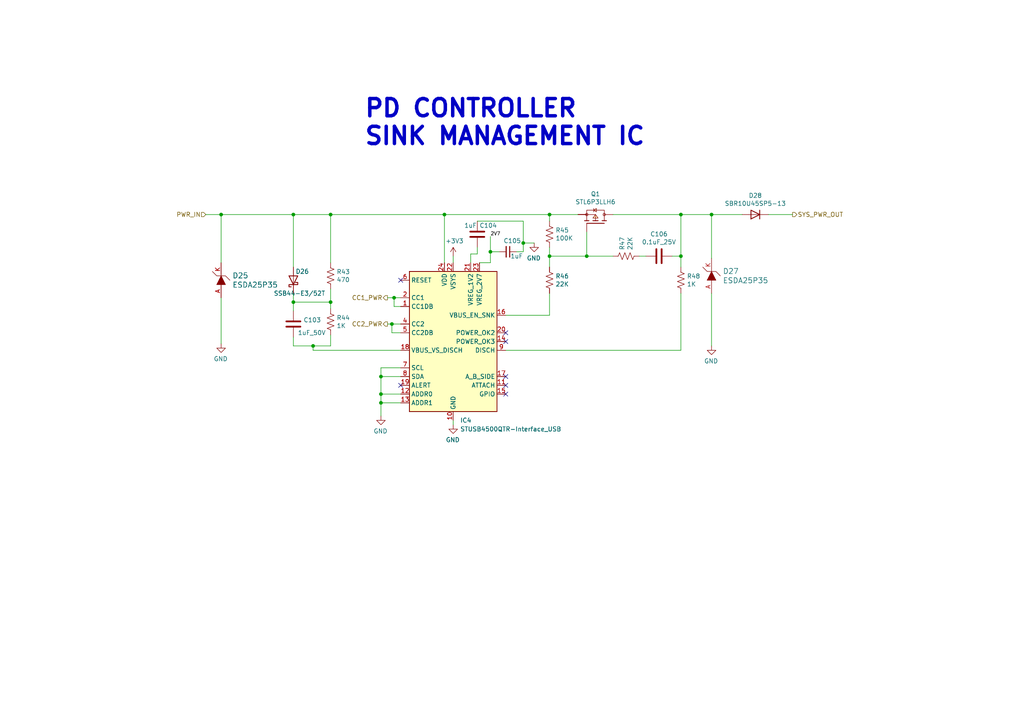
<source format=kicad_sch>
(kicad_sch (version 20211123) (generator eeschema)
  (paper "A4")
  (title_block (title "USB HUB ") (date "2022-08-30") (rev "1.0") (company "N/A") (comment 2 "Reviewed by: ") (comment 3 "Designer by: Robert Mutura"))
  (lib_symbols
    (symbol "Device:C" (pin_numbers hide) (pin_names (offset 0.254))
      (property "Reference" "C" (at 0.635 2.54 0))
      (property "Value" "C" (at 0.635 -2.54 0))
      (symbol "C_0_1"
        (polyline (pts (xy -2.032 -0.762) (xy 2.032 -0.762)) (stroke (width 0.508)))
        (polyline (pts (xy -2.032 0.762) (xy 2.032 0.762)) (stroke (width 0.508)))
      )
      (symbol "C_1_1"
        (pin passive line (at 0 3.81 270) (length 2.794) (name "~") (number "1"))
        (pin passive line (at 0 -3.81 90) (length 2.794) (name "~") (number "2"))
      )
    )
    (symbol "Device:C_Small" (pin_numbers hide) (pin_names (offset 0.254) hide)
      (property "Reference" "C" (at 0.254 1.778 0))
      (property "Value" "C_Small" (at 0.254 -2.032 0))
      (symbol "C_Small_0_1"
        (polyline (pts (xy -1.524 -0.508) (xy 1.524 -0.508)) (stroke (width 0.3302)))
        (polyline (pts (xy -1.524 0.508) (xy 1.524 0.508)) (stroke (width 0.3048)))
      )
      (symbol "C_Small_1_1"
        (pin passive line (at 0 2.54 270) (length 2.032) (name "~") (number "1"))
        (pin passive line (at 0 -2.54 90) (length 2.032) (name "~") (number "2"))
      )
    )
    (symbol "Device:D" (pin_numbers hide) (pin_names (offset 1.016) hide)
      (property "Reference" "D" (at 0 2.54 0))
      (property "Value" "D" (at 0 -2.54 0))
      (symbol "D_0_1"
        (polyline (pts (xy -1.27 1.27) (xy -1.27 -1.27)) (stroke (width 0.254)))
        (polyline (pts (xy 1.27 0) (xy -1.27 0)))
        (polyline (pts (xy 1.27 1.27) (xy 1.27 -1.27) (xy -1.27 0) (xy 1.27 1.27)) (stroke (width 0.254)))
      )
      (symbol "D_1_1"
        (pin passive line (at -3.81 0 0) (length 2.54) (name "K") (number "1"))
        (pin passive line (at 3.81 0 180) (length 2.54) (name "A") (number "2"))
      )
    )
    (symbol "Device:D_Schottky" (pin_numbers hide) (pin_names (offset 1.016) hide)
      (property "Reference" "D" (at 0 2.54 0))
      (property "Value" "D_Schottky" (at 0 -2.54 0))
      (symbol "D_Schottky_0_1"
        (polyline (pts (xy 1.27 0) (xy -1.27 0)))
        (polyline (pts (xy 1.27 1.27) (xy 1.27 -1.27) (xy -1.27 0) (xy 1.27 1.27)) (stroke (width 0.254)))
        (polyline (pts (xy -1.905 0.635) (xy -1.905 1.27) (xy -1.27 1.27) (xy -1.27 -1.27) (xy -0.635 -1.27) (xy -0.635 -0.635)) (stroke (width 0.254)))
      )
      (symbol "D_Schottky_1_1"
        (pin passive line (at -3.81 0 0) (length 2.54) (name "K") (number "1"))
        (pin passive line (at 3.81 0 180) (length 2.54) (name "A") (number "2"))
      )
    )
    (symbol "Device:R_US" (pin_numbers hide) (pin_names (offset 0))
      (property "Reference" "R" (at 2.54 0 90))
      (property "Value" "R_US" (at -2.54 0 90))
      (symbol "R_US_0_1"
        (polyline (pts (xy 0 -2.286) (xy 0 -2.54)))
        (polyline (pts (xy 0 2.286) (xy 0 2.54)))
        (polyline (pts (xy 0 -0.762) (xy 1.016 -1.143) (xy 0 -1.524) (xy -1.016 -1.905) (xy 0 -2.286)))
        (polyline (pts (xy 0 0.762) (xy 1.016 0.381) (xy 0 0) (xy -1.016 -0.381) (xy 0 -0.762)))
        (polyline (pts (xy 0 2.286) (xy 1.016 1.905) (xy 0 1.524) (xy -1.016 1.143) (xy 0 0.762)))
      )
      (symbol "R_US_1_1"
        (pin passive line (at 0 3.81 270) (length 1.27) (name "~") (number "1"))
        (pin passive line (at 0 -3.81 90) (length 1.27) (name "~") (number "2"))
      )
    )
    (symbol "USB_C_HUB-rescue:+3.3V-OLIMEX_Power" (power) (pin_names (offset 0))
      (property "Value" "+3.3V-OLIMEX_Power" (at 0 3.556 0))
      (symbol "+3.3V-OLIMEX_Power_0_1"
        (polyline (pts (xy -0.762 1.27) (xy 0 2.54)))
        (polyline (pts (xy 0 0) (xy 0 2.54)))
        (polyline (pts (xy 0 2.54) (xy 0.762 1.27)))
      )
      (symbol "+3.3V-OLIMEX_Power_1_1"
        (pin power_in line (at 0 0 90) (length 0) hide (name "+3V3") (number "1"))
      )
    )
    (symbol "USB_C_HUB-rescue:GND-OLIMEX_Power" (power) (pin_names (offset 0))
      (property "Value" "GND-OLIMEX_Power" (at 0 -3.81 0))
      (symbol "GND-OLIMEX_Power_0_1"
        (polyline (pts (xy 0 0) (xy 0 -1.27) (xy 1.27 -1.27) (xy 0 -2.54) (xy -1.27 -1.27) (xy 0 -1.27)))
      )
      (symbol "GND-OLIMEX_Power_1_1"
        (pin power_in line (at 0 0 270) (length 0) hide (name "GND") (number "1"))
      )
    )
    (symbol "USB_C_HUB-rescue:STL6P3LLH6-GCL_Transistors&Gates" (pin_numbers hide) (pin_names (offset 1.016) hide)
      (property "Reference" "Q1" (at 0 5.969 0))
      (property "Value" "STL6P3LLH6" (at 0 3.6576 0))
      (symbol "STL6P3LLH6-GCL_Transistors&Gates_0_0"
        (circle (center -2.54 0) (radius 0.3556))
        (polyline (pts (xy -2.54 -1.778) (xy -3.175 -1.778)) (stroke (width 0.254)))
        (polyline (pts (xy -2.54 0) (xy -2.54 -1.778)) (stroke (width 0.1524)))
        (polyline (pts (xy -2.54 0) (xy -2.54 1.27)) (stroke (width 0.1524)))
        (polyline (pts (xy -1.905 -1.778) (xy -2.54 -1.778)) (stroke (width 0.254)))
        (polyline (pts (xy -0.508 0.762) (xy -0.508 1.27)) (stroke (width 0.1524)))
        (polyline (pts (xy -0.508 1.27) (xy -2.54 1.27)) (stroke (width 0.1524)))
        (polyline (pts (xy -0.508 1.27) (xy -0.508 1.778)) (stroke (width 0.1524)))
        (polyline (pts (xy 0 -1.778) (xy -0.762 -1.778)) (stroke (width 0.254)))
        (polyline (pts (xy 0 -1.778) (xy 0 0)) (stroke (width 0.1524)))
        (polyline (pts (xy 0 0) (xy -2.54 0)) (stroke (width 0.1524)))
        (polyline (pts (xy 0.762 -1.778) (xy 0 -1.778)) (stroke (width 0.254)))
        (polyline (pts (xy 2.54 -2.54) (xy -2.54 -2.54)) (stroke (width 0.254)))
        (polyline (pts (xy 2.54 -1.778) (xy 1.905 -1.778)) (stroke (width 0.254)))
        (polyline (pts (xy 2.54 -1.778) (xy 2.54 1.27)) (stroke (width 0.1524)))
        (polyline (pts (xy 2.54 1.27) (xy -0.508 1.27)) (stroke (width 0.1524)))
        (polyline (pts (xy 3.175 -1.778) (xy 2.54 -1.778)) (stroke (width 0.254)))
        (polyline (pts (xy -0.508 1.27) (xy 0.254 1.778) (xy 0.254 0.762) (xy -0.508 1.27)) (stroke (width 0.1524)) (fill (type background)))
        (polyline (pts (xy 0 0) (xy -0.762 -1.016) (xy 0.762 -1.016) (xy 0 0)) (stroke (width 0.1524)) (fill (type background)))
        (circle (center 2.54 0) (radius 0.3556))
        (pin passive line (at -5.08 0 0) (length 2.54) (name "S") (number "1"))
        (pin passive line (at -5.08 0 0) (length 2.54) (name "~") (number "2"))
        (pin passive line (at -5.08 0 0) (length 2.54) (name "~") (number "3"))
        (pin passive line (at -2.54 -5.08 90) (length 2.54) (name "G") (number "4"))
        (pin passive line (at 5.08 0 180) (length 2.54) (name "D") (number "5"))
      )
    )
    (symbol "USB_C_HUB-rescue:STUSB4500QTR-Interface_USB"
      (property "Reference" "U" (at -12.7 21.59 0))
      (property "Value" "STUSB4500QTR-Interface_USB" (at 8.89 -21.59 0))
      (symbol "STUSB4500QTR-Interface_USB_0_1"
        (rectangle (start -12.7 20.32) (end 12.7 -20.32) (stroke (width 0.254)) (fill (type background)))
      )
      (symbol "STUSB4500QTR-Interface_USB_1_1"
        (pin bidirectional line (at -15.24 10.16 0) (length 2.54) (name "CC1DB") (number "1"))
        (pin power_in line (at 0 -22.86 90) (length 2.54) (name "GND") (number "10"))
        (pin open_collector line (at 15.24 -12.7 180) (length 2.54) (name "ATTACH") (number "11"))
        (pin input line (at -15.24 -15.24 0) (length 2.54) (name "ADDR0") (number "12"))
        (pin input line (at -15.24 -17.78 0) (length 2.54) (name "ADDR1") (number "13"))
        (pin open_collector line (at 15.24 0 180) (length 2.54) (name "POWER_OK3") (number "14"))
        (pin open_collector line (at 15.24 -15.24 180) (length 2.54) (name "GPIO") (number "15"))
        (pin open_collector line (at 15.24 7.62 180) (length 2.54) (name "VBUS_EN_SNK") (number "16"))
        (pin open_collector line (at 15.24 -10.16 180) (length 2.54) (name "A_B_SIDE") (number "17"))
        (pin input line (at -15.24 -2.54 0) (length 2.54) (name "VBUS_VS_DISCH") (number "18"))
        (pin open_collector line (at -15.24 -12.7 0) (length 2.54) (name "ALERT") (number "19"))
        (pin bidirectional line (at -15.24 12.7 0) (length 2.54) (name "CC1") (number "2"))
        (pin open_collector line (at 15.24 2.54 180) (length 2.54) (name "POWER_OK2") (number "20"))
        (pin power_out line (at 5.08 22.86 270) (length 2.54) (name "VREG_1V2") (number "21"))
        (pin power_in line (at 0 22.86 270) (length 2.54) (name "VSYS") (number "22"))
        (pin power_out line (at 7.62 22.86 270) (length 2.54) (name "VREG_2V7") (number "23"))
        (pin power_in line (at -2.54 22.86 270) (length 2.54) (name "VDD") (number "24"))
        (pin passive line (at 0 -22.86 90) (length 2.54) hide (name "GND") (number "25"))
        (pin no_connect line (at -12.7 15.24 0) (length 2.54) hide (name "NC") (number "3"))
        (pin bidirectional line (at -15.24 5.08 0) (length 2.54) (name "CC2") (number "4"))
        (pin bidirectional line (at -15.24 2.54 0) (length 2.54) (name "CC2DB") (number "5"))
        (pin input line (at -15.24 17.78 0) (length 2.54) (name "RESET") (number "6"))
        (pin input line (at -15.24 -7.62 0) (length 2.54) (name "SCL") (number "7"))
        (pin bidirectional line (at -15.24 -10.16 0) (length 2.54) (name "SDA") (number "8"))
        (pin bidirectional line (at 15.24 -2.54 180) (length 2.54) (name "DISCH") (number "9"))
      )
    )
    (symbol "dk_TVS-Diodes:ESD5Z3_3T1G" (pin_names (offset 1.016))
      (property "Reference" "D" (at 0 3.81 0))
      (property "Value" "ESD5Z3_3T1G" (at 0 -3.81 0))
      (symbol "ESD5Z3_3T1G_0_1"
        (polyline (pts (xy -1.27 1.27) (xy -1.27 -1.27) (xy 1.27 0) (xy -1.27 1.27)) (fill (type outline)))
        (polyline (pts (xy 2.54 2.54) (xy 1.27 1.27) (xy 1.27 -1.27) (xy 0 -2.54)))
      )
      (symbol "ESD5Z3_3T1G_1_1"
        (pin bidirectional line (at -5.08 0 0) (length 3.81) (name "~") (number "A"))
        (pin bidirectional line (at 5.08 0 180) (length 3.81) (name "~") (number "K"))
      )
    )
  )
  (junction (at 114.3 86.36))
  (junction (at 64.135 62.23))
  (junction (at 159.385 62.23))
  (junction (at 197.485 74.295))
  (junction (at 110.49 109.22))
  (junction (at 206.375 62.23))
  (junction (at 151.765 70.485))
  (junction (at 95.885 62.23))
  (junction (at 85.09 62.23))
  (junction (at 197.485 62.23))
  (junction (at 95.885 87.63))
  (junction (at 128.905 62.23))
  (junction (at 110.49 116.84))
  (junction (at 90.805 100.33))
  (junction (at 113.665 93.98))
  (junction (at 170.18 74.295))
  (junction (at 85.09 87.63))
  (junction (at 142.24 73.025))
  (junction (at 159.385 74.295))
  (junction (at 110.49 114.3))
  (no_connect (at 146.685 109.22))
  (no_connect (at 146.685 96.52))
  (no_connect (at 146.685 99.06))
  (no_connect (at 146.685 114.3))
  (no_connect (at 146.685 111.76))
  (no_connect (at 116.205 111.76))
  (no_connect (at 116.205 81.28))
  (wire (pts (xy 85.09 97.79) (xy 85.09 100.33)))
  (wire (pts (xy 151.765 64.135) (xy 151.765 70.485)))
  (wire (pts (xy 110.49 114.3) (xy 110.49 116.84)))
  (wire (pts (xy 159.385 74.295) (xy 159.385 77.47)))
  (wire (pts (xy 64.135 62.23) (xy 85.09 62.23)))
  (wire (pts (xy 114.3 86.36) (xy 112.395 86.36)))
  (wire (pts (xy 113.665 93.98) (xy 116.205 93.98)))
  (wire (pts (xy 206.375 62.23) (xy 206.375 74.93)))
  (wire (pts (xy 170.18 74.295) (xy 159.385 74.295)))
  (wire (pts (xy 64.135 76.2) (xy 64.135 62.23)))
  (wire (pts (xy 85.09 77.47) (xy 85.09 62.23)))
  (wire (pts (xy 128.905 76.2) (xy 128.905 62.23)))
  (wire (pts (xy 197.485 74.295) (xy 197.485 77.47)))
  (wire (pts (xy 159.385 85.09) (xy 159.385 91.44)))
  (wire (pts (xy 114.3 88.9) (xy 114.3 86.36)))
  (wire (pts (xy 110.49 109.22) (xy 110.49 114.3)))
  (wire (pts (xy 95.885 83.82) (xy 95.885 87.63)))
  (wire (pts (xy 197.485 62.23) (xy 197.485 74.295)))
  (wire (pts (xy 151.765 70.485) (xy 154.94 70.485)))
  (wire (pts (xy 185.42 74.295) (xy 187.325 74.295)))
  (wire (pts (xy 142.24 73.025) (xy 144.78 73.025)))
  (wire (pts (xy 95.885 97.155) (xy 95.885 100.33)))
  (wire (pts (xy 206.375 85.09) (xy 206.375 100.33)))
  (wire (pts (xy 131.445 123.19) (xy 131.445 121.92)))
  (wire (pts (xy 64.135 86.36) (xy 64.135 99.695)))
  (wire (pts (xy 138.43 73.66) (xy 138.43 71.755)))
  (wire (pts (xy 116.205 101.6) (xy 90.805 101.6)))
  (wire (pts (xy 159.385 71.755) (xy 159.385 74.295)))
  (wire (pts (xy 110.49 116.84) (xy 116.205 116.84)))
  (wire (pts (xy 95.885 62.23) (xy 95.885 76.2)))
  (wire (pts (xy 116.205 109.22) (xy 110.49 109.22)))
  (wire (pts (xy 177.8 74.295) (xy 170.18 74.295)))
  (wire (pts (xy 206.375 62.23) (xy 215.265 62.23)))
  (wire (pts (xy 85.09 85.09) (xy 85.09 87.63)))
  (wire (pts (xy 112.395 93.98) (xy 113.665 93.98)))
  (wire (pts (xy 131.445 74.295) (xy 131.445 76.2)))
  (wire (pts (xy 149.86 73.025) (xy 151.765 73.025)))
  (wire (pts (xy 85.09 62.23) (xy 95.885 62.23)))
  (wire (pts (xy 177.8 62.23) (xy 197.485 62.23)))
  (wire (pts (xy 142.24 68.58) (xy 142.24 73.025)))
  (wire (pts (xy 128.905 62.23) (xy 159.385 62.23)))
  (wire (pts (xy 116.205 88.9) (xy 114.3 88.9)))
  (wire (pts (xy 146.685 91.44) (xy 159.385 91.44)))
  (wire (pts (xy 110.49 116.84) (xy 110.49 120.65)))
  (wire (pts (xy 116.205 86.36) (xy 114.3 86.36)))
  (wire (pts (xy 159.385 64.135) (xy 159.385 62.23)))
  (wire (pts (xy 159.385 62.23) (xy 167.64 62.23)))
  (wire (pts (xy 110.49 106.68) (xy 110.49 109.22)))
  (wire (pts (xy 197.485 62.23) (xy 206.375 62.23)))
  (wire (pts (xy 85.09 87.63) (xy 95.885 87.63)))
  (wire (pts (xy 222.885 62.23) (xy 229.87 62.23)))
  (wire (pts (xy 110.49 114.3) (xy 116.205 114.3)))
  (wire (pts (xy 146.685 101.6) (xy 197.485 101.6)))
  (wire (pts (xy 170.18 67.31) (xy 170.18 74.295)))
  (wire (pts (xy 95.885 62.23) (xy 128.905 62.23)))
  (wire (pts (xy 139.065 76.2) (xy 142.24 76.2)))
  (wire (pts (xy 95.885 87.63) (xy 95.885 89.535)))
  (wire (pts (xy 113.665 93.98) (xy 113.665 96.52)))
  (wire (pts (xy 142.24 73.025) (xy 142.24 76.2)))
  (wire (pts (xy 116.205 96.52) (xy 113.665 96.52)))
  (wire (pts (xy 90.805 101.6) (xy 90.805 100.33)))
  (wire (pts (xy 197.485 101.6) (xy 197.485 85.09)))
  (wire (pts (xy 151.765 70.485) (xy 151.765 73.025)))
  (wire (pts (xy 110.49 106.68) (xy 116.205 106.68)))
  (wire (pts (xy 136.525 73.66) (xy 138.43 73.66)))
  (wire (pts (xy 85.09 100.33) (xy 90.805 100.33)))
  (wire (pts (xy 136.525 76.2) (xy 136.525 73.66)))
  (wire (pts (xy 85.09 87.63) (xy 85.09 90.17)))
  (wire (pts (xy 194.945 74.295) (xy 197.485 74.295)))
  (wire (pts (xy 59.69 62.23) (xy 64.135 62.23)))
  (wire (pts (xy 138.43 64.135) (xy 151.765 64.135)))
  (wire (pts (xy 90.805 100.33) (xy 95.885 100.33)))
  (text "PD CONTROLLER \nSINK MANAGEMENT IC" (at 105.41 42.545 0) (effects (font (size 5 5) (thickness 1) bold) (justify left bottom)))
  (label "2V7" (at 142.24 68.58 0) (effects (font (size 0.9906 0.9906))))
  (hierarchical_label "CC2_PWR" (shape output) (at 112.395 93.98 180))
  (hierarchical_label "CC1_PWR" (shape output) (at 112.395 86.36 180))
  (hierarchical_label "PWR_IN" (shape input) (at 59.69 62.23 180))
  (hierarchical_label "SYS_PWR_OUT" (shape output) (at 229.87 62.23 0))
  (symbol (lib_id "USB_C_HUB-rescue:STL6P3LLH6-GCL_Transistors&Gates") (at 172.72 62.23 0) (unit 1)
    (property "Reference" "Q1" (at 172.72 56.261 0))
    (property "Value" "STL6P3LLH6" (at 172.72 58.5724 0))
    (property "Footprint" "greencharge-footprints:STL6P3LLH6" (effects hide))
  )
  (symbol (lib_id "Device:R_US") (at 95.885 80.01 0) (unit 1)
    (property "Reference" "R43" (at 97.6122 78.8416 0) (effects (justify left)))
    (property "Value" "470" (at 97.6122 81.153 0) (effects (justify left)))
    (property "Footprint" "Resistor_SMD:R_0603_1608Metric" (effects hide))
    (property "Mfr No." "HPCR0603F470RK9" (effects hide))
  )
  (symbol (lib_id "Device:C") (at 85.09 93.98 0) (unit 1)
    (property "Reference" "C103" (at 88.011 92.8116 0) (effects (justify left)))
    (property "Value" "1uF_50V" (at 86.36 96.52 0) (effects (justify left)))
    (property "Footprint" "Capacitor_SMD:C_0402_1005Metric" (effects hide))
    (property "Mfr No." " CL05A105KA5NQNC" (effects hide))
  )
  (symbol (lib_id "Device:R_US") (at 95.885 93.345 0) (unit 1)
    (property "Reference" "R44" (at 97.6122 92.1766 0) (effects (justify left)))
    (property "Value" "1K" (at 97.6122 94.488 0) (effects (justify left)))
    (property "Footprint" "Resistor_SMD:R_0603_1608Metric" (effects hide))
    (property "Mfr No." "ERJPB3D1001V" (effects hide))
  )
  (symbol (lib_id "Device:D_Schottky") (at 85.09 81.28 90) (unit 1)
    (property "Reference" "D26" (at 85.725 78.74 90) (effects (justify right)))
    (property "Value" "SSB44-E3/52T" (at 79.375 85.09 90) (effects (justify right)))
    (property "Footprint" "Diode_SMD:D_SMB" (effects hide))
    (property "Mfr No." "SSB44-E3/52T" (effects hide))
  )
  (symbol (lib_id "USB_C_HUB-rescue:+3.3V-OLIMEX_Power") (at 131.445 74.295 0) (unit 1)
    (property "Reference" "#PWR0134" (effects hide))
    (property "Value" "+3.3V" (at 131.826 69.9008 0))
  )
  (symbol (lib_id "Device:R_US") (at 159.385 67.945 0) (unit 1)
    (property "Reference" "R45" (at 161.1122 66.7766 0) (effects (justify left)))
    (property "Value" "100K" (at 161.1122 69.088 0) (effects (justify left)))
    (property "Footprint" "Resistor_SMD:R_0603_1608Metric" (effects hide))
    (property "Mfr No." "HPCR0603F200KK9" (effects hide))
  )
  (symbol (lib_id "Device:R_US") (at 159.385 81.28 0) (unit 1)
    (property "Reference" "R46" (at 161.1122 80.1116 0) (effects (justify left)))
    (property "Value" "22K" (at 161.1122 82.423 0) (effects (justify left)))
    (property "Footprint" "Resistor_SMD:R_0603_1608Metric" (effects hide))
    (property "Mfr No." "ERJP03J223V" (effects hide))
  )
  (symbol (lib_id "Device:R_US") (at 181.61 74.295 90) (unit 1)
    (property "Reference" "R47" (at 180.4416 72.5678 0) (effects (justify left)))
    (property "Value" "22K" (at 182.753 72.5678 0) (effects (justify left)))
    (property "Footprint" "Resistor_SMD:R_0603_1608Metric" (effects hide))
  )
  (symbol (lib_id "Device:C") (at 191.135 74.295 90) (unit 1)
    (property "Reference" "C106" (at 191.135 67.8942 90))
    (property "Value" "0.1uF_25V" (at 191.135 70.2056 90))
    (property "Footprint" "Capacitor_SMD:C_0402_1005Metric" (effects hide))
    (property "Mfr No." "GMC04X7R104K25NT" (effects hide))
  )
  (symbol (lib_id "USB_C_HUB-rescue:GND-OLIMEX_Power") (at 131.445 123.19 0) (mirror y) (unit 1)
    (property "Reference" "#PWR0135" (effects hide))
    (property "Value" "GND" (at 131.318 127.5842 0))
  )
  (symbol (lib_id "USB_C_HUB-rescue:GND-OLIMEX_Power") (at 154.94 70.485 0) (mirror y) (unit 1)
    (property "Reference" "#PWR0136" (effects hide))
    (property "Value" "GND" (at 154.813 74.8792 0))
  )
  (symbol (lib_id "Device:C_Small") (at 147.32 73.025 270) (unit 1)
    (property "Reference" "C105" (at 148.59 69.85 90))
    (property "Value" "1uF" (at 149.86 74.295 90))
    (property "Footprint" "Capacitor_SMD:C_0402_1005Metric" (effects hide))
  )
  (symbol (lib_id "Device:R_US") (at 197.485 81.28 0) (unit 1)
    (property "Reference" "R48" (at 199.2122 80.1116 0) (effects (justify left)))
    (property "Value" "1K" (at 199.2122 82.423 0) (effects (justify left)))
    (property "Footprint" "Resistor_SMD:R_0603_1608Metric" (effects hide))
  )
  (symbol (lib_id "dk_TVS-Diodes:ESD5Z3_3T1G") (at 206.375 80.01 90) (unit 1)
    (property "Reference" "D27" (at 209.6262 78.6638 90) (effects (font (size 1.524 1.524)) (justify right)))
    (property "Value" "ESDA25P35" (at 209.6262 81.3562 90) (effects (font (size 1.524 1.524)) (justify right)))
    (property "Footprint" "digikey-footprints:SOD-523" (effects hide))
    (property "Datasheet" "https://www.onsemi.com/pub/Collateral/ESD5Z2.5T1-D.PDF" (effects hide))
    (property "MPN" "ESD5Z3.3T1G" (effects hide))
    (property "Category" "Circuit Protection" (effects hide))
    (property "Family" "TVS - Diodes" (effects hide))
    (property "DK_Datasheet_Link" "https://www.onsemi.com/pub/Collateral/ESD5Z2.5T1-D.PDF" (effects hide))
    (property "DK_Detail_Page" "/product-detail/en/on-semiconductor/ESD5Z3.3T1G/ESD5Z3.3T1GOSCT-ND/1967044" (effects hide))
    (property "Description" "TVS DIODE 3.3V 14.1V SOD523" (effects hide))
    (property "Manufacturer" "ON Semiconductor" (effects hide))
    (property "Status" "Active" (effects hide))
    (property "Vendor" "LCSC" (effects hide))
  )
  (symbol (lib_id "USB_C_HUB-rescue:GND-OLIMEX_Power") (at 110.49 120.65 0) (mirror y) (unit 1)
    (property "Reference" "#PWR0133" (effects hide))
    (property "Value" "GND" (at 110.363 125.0442 0))
  )
  (symbol (lib_id "Device:C") (at 138.43 67.945 0) (unit 1)
    (property "Reference" "C104" (at 139.065 65.405 0) (effects (justify left)))
    (property "Value" "1uF" (at 134.62 65.405 0) (effects (justify left)))
    (property "Footprint" "Capacitor_SMD:C_0402_1005Metric" (effects hide))
  )
  (symbol (lib_id "Device:D") (at 219.075 62.23 180) (unit 1)
    (property "Reference" "D28" (at 219.075 56.7182 0))
    (property "Value" "SBR10U45SP5-13" (at 219.075 59.0296 0))
    (property "Footprint" "Diode_SMD:D_PowerDI-5" (effects hide))
    (property "Vendor" "DIgikey" (effects hide))
  )
  (symbol (lib_id "dk_TVS-Diodes:ESD5Z3_3T1G") (at 64.135 81.28 90) (unit 1)
    (property "Reference" "D25" (at 67.3862 79.9338 90) (effects (font (size 1.524 1.524)) (justify right)))
    (property "Value" "ESDA25P35" (at 67.3862 82.6262 90) (effects (font (size 1.524 1.524)) (justify right)))
    (property "Footprint" "digikey-footprints:SOD-523" (effects hide))
    (property "Datasheet" "https://www.onsemi.com/pub/Collateral/ESD5Z2.5T1-D.PDF" (effects hide))
    (property "Digi-Key_PN" "ESD5Z3.3T1GOSCT-ND" (effects hide))
    (property "MPN" "ESD5Z3.3T1G" (effects hide))
    (property "Category" "Circuit Protection" (effects hide))
    (property "Family" "TVS - Diodes" (effects hide))
    (property "DK_Datasheet_Link" "https://www.onsemi.com/pub/Collateral/ESD5Z2.5T1-D.PDF" (effects hide))
    (property "DK_Detail_Page" "/product-detail/en/on-semiconductor/ESD5Z3.3T1G/ESD5Z3.3T1GOSCT-ND/1967044" (effects hide))
    (property "Description" "TVS DIODE 3.3V 14.1V SOD523" (effects hide))
    (property "Manufacturer" "ON Semiconductor" (effects hide))
    (property "Status" "Active" (effects hide))
  )
  (symbol (lib_id "USB_C_HUB-rescue:GND-OLIMEX_Power") (at 206.375 100.33 0) (mirror y) (unit 1)
    (property "Reference" "#PWR0137" (effects hide))
    (property "Value" "GND" (at 206.248 104.7242 0))
  )
  (symbol (lib_id "USB_C_HUB-rescue:GND-OLIMEX_Power") (at 64.135 99.695 0) (mirror y) (unit 1)
    (property "Reference" "#PWR0132" (effects hide))
    (property "Value" "GND" (at 64.008 104.0892 0))
  )
  (symbol (lib_id "USB_C_HUB-rescue:STUSB4500QTR-Interface_USB") (at 131.445 99.06 0) (unit 1)
    (property "Reference" "IC4" (at 133.4644 121.92 0) (effects (justify left)))
    (property "Value" "STUSB4500QTR-Interface_USB" (at 133.4644 124.46 0) (effects (justify left)))
    (property "Footprint" "Package_DFN_QFN:QFN-24-1EP_4x4mm_P0.5mm_EP2.7x2.7mm" (effects hide))
  )
)
</source>
